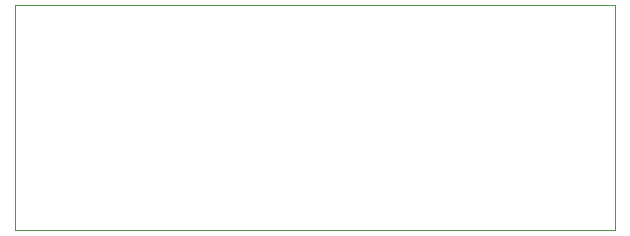
<source format=gm1>
G04 #@! TF.GenerationSoftware,KiCad,Pcbnew,5.0.2+dfsg1-1*
G04 #@! TF.CreationDate,2019-08-04T21:32:12-04:00*
G04 #@! TF.ProjectId,rigidkey,72696769-646b-4657-992e-6b696361645f,V01*
G04 #@! TF.SameCoordinates,Original*
G04 #@! TF.FileFunction,Profile,NP*
%FSLAX46Y46*%
G04 Gerber Fmt 4.6, Leading zero omitted, Abs format (unit mm)*
G04 Created by KiCad (PCBNEW 5.0.2+dfsg1-1) date Sun 04 Aug 2019 09:32:12 PM EDT*
%MOMM*%
%LPD*%
G01*
G04 APERTURE LIST*
%ADD10C,0.025400*%
G04 APERTURE END LIST*
D10*
X165100000Y-127000000D02*
X114300000Y-127000000D01*
X165100000Y-107950000D02*
X165100000Y-127000000D01*
X114300000Y-107950000D02*
X165100000Y-107950000D01*
X114300000Y-127000000D02*
X114300000Y-107950000D01*
M02*

</source>
